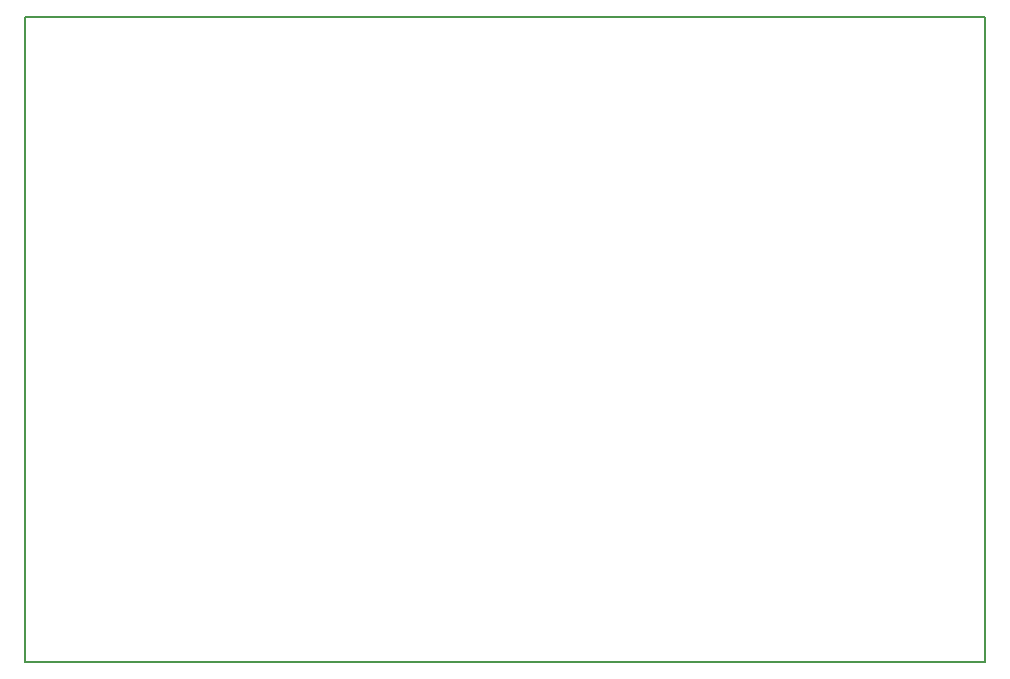
<source format=gbr>
G04 #@! TF.GenerationSoftware,KiCad,Pcbnew,(5.0.0)*
G04 #@! TF.CreationDate,2019-07-13T19:24:01-04:00*
G04 #@! TF.ProjectId,ProMicro-Breakout,50726F4D6963726F2D427265616B6F75,rev?*
G04 #@! TF.SameCoordinates,Original*
G04 #@! TF.FileFunction,Profile,NP*
%FSLAX46Y46*%
G04 Gerber Fmt 4.6, Leading zero omitted, Abs format (unit mm)*
G04 Created by KiCad (PCBNEW (5.0.0)) date 07/13/19 19:24:01*
%MOMM*%
%LPD*%
G01*
G04 APERTURE LIST*
%ADD10C,0.150000*%
G04 APERTURE END LIST*
D10*
X102870000Y-142240000D02*
X102870000Y-87630000D01*
X184150000Y-142240000D02*
X102870000Y-142240000D01*
X184150000Y-87630000D02*
X184150000Y-142240000D01*
X102870000Y-87630000D02*
X184150000Y-87630000D01*
M02*

</source>
